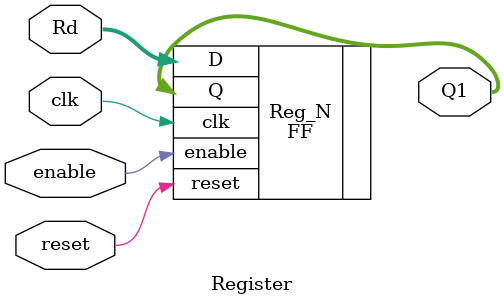
<source format=v>
module Register
#( 
	parameter WIDTH = 32
)
(
	input [WIDTH-1:0] Rd,
	input clk, reset,
	input enable,
	output [WIDTH-1:0] Q1 
);

FF Reg_N (.D(Rd), .reset(reset), .clk(clk), .Q(Q1), .enable(enable));
endmodule 
</source>
